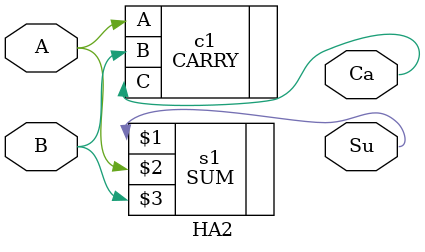
<source format=v>
module HA2 (Su, Ca, A, B);
 
	output Su, Ca;
	input A, B;
		
	// Structural code
	SUM s1 (Su, A, B); // Connection by position
	CARRY c1 (.A(A), .B(B), .C(Ca)); // Connection by reference
	
endmodule
</source>
